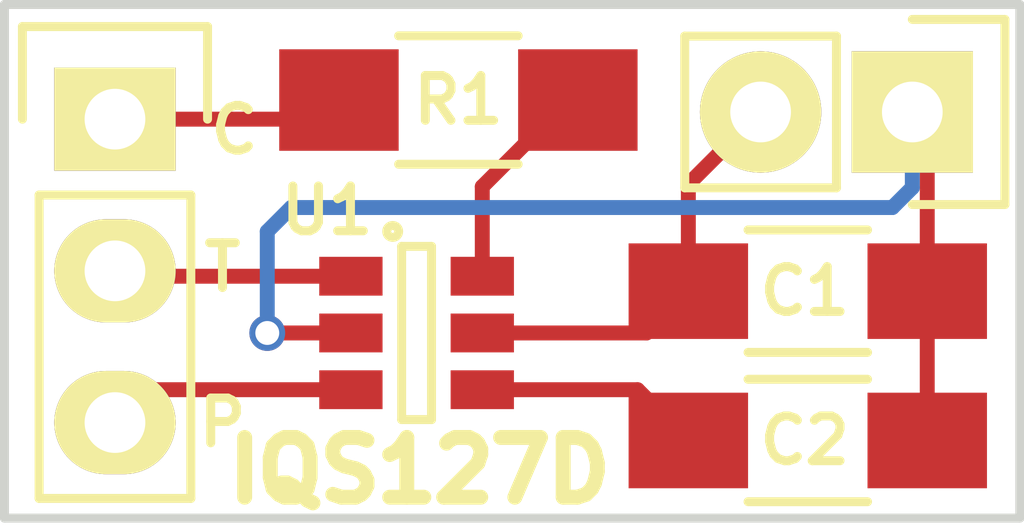
<source format=kicad_pcb>
(kicad_pcb (version 4) (host pcbnew 4.0.4+e1-6308~48~ubuntu16.04.1-stable)

  (general
    (links 10)
    (no_connects 0)
    (area 132.616667 96.245 157.175 111.075)
    (thickness 1.6)
    (drawings 8)
    (tracks 25)
    (zones 0)
    (modules 6)
    (nets 8)
  )

  (page A4)
  (layers
    (0 F.Cu signal)
    (31 B.Cu signal)
    (32 B.Adhes user)
    (33 F.Adhes user)
    (34 B.Paste user)
    (35 F.Paste user)
    (36 B.SilkS user)
    (37 F.SilkS user)
    (38 B.Mask user)
    (39 F.Mask user)
    (40 Dwgs.User user)
    (41 Cmts.User user)
    (42 Eco1.User user)
    (43 Eco2.User user)
    (44 Edge.Cuts user)
    (45 Margin user)
    (46 B.CrtYd user)
    (47 F.CrtYd user)
    (48 B.Fab user)
    (49 F.Fab user hide)
  )

  (setup
    (last_trace_width 0.25)
    (trace_clearance 0.2)
    (zone_clearance 0.508)
    (zone_45_only no)
    (trace_min 0.2)
    (segment_width 0.2)
    (edge_width 0.15)
    (via_size 0.6)
    (via_drill 0.4)
    (via_min_size 0.4)
    (via_min_drill 0.3)
    (uvia_size 0.3)
    (uvia_drill 0.1)
    (uvias_allowed no)
    (uvia_min_size 0.2)
    (uvia_min_drill 0.1)
    (pcb_text_width 0.3)
    (pcb_text_size 1.5 1.5)
    (mod_edge_width 0.15)
    (mod_text_size 1 1)
    (mod_text_width 0.15)
    (pad_size 1.524 1.524)
    (pad_drill 0.762)
    (pad_to_mask_clearance 0.2)
    (aux_axis_origin 0 0)
    (visible_elements FFFFFF7F)
    (pcbplotparams
      (layerselection 0x010fc_80000001)
      (usegerberextensions true)
      (usegerberattributes true)
      (excludeedgelayer true)
      (linewidth 0.100000)
      (plotframeref false)
      (viasonmask false)
      (mode 1)
      (useauxorigin false)
      (hpglpennumber 1)
      (hpglpenspeed 20)
      (hpglpendiameter 15)
      (hpglpenoverlay 2)
      (psnegative false)
      (psa4output false)
      (plotreference true)
      (plotvalue true)
      (plotinvisibletext false)
      (padsonsilk false)
      (subtractmaskfromsilk true)
      (outputformat 1)
      (mirror false)
      (drillshape 0)
      (scaleselection 1)
      (outputdirectory azo1_gerb/))
  )

  (net 0 "")
  (net 1 "Net-(C1-Pad1)")
  (net 2 GND)
  (net 3 "Net-(C2-Pad1)")
  (net 4 "Net-(P1-Pad1)")
  (net 5 "Net-(P1-Pad2)")
  (net 6 "Net-(P1-Pad3)")
  (net 7 "Net-(R1-Pad1)")

  (net_class Default "This is the default net class."
    (clearance 0.2)
    (trace_width 0.25)
    (via_dia 0.6)
    (via_drill 0.4)
    (uvia_dia 0.3)
    (uvia_drill 0.1)
    (add_net GND)
    (add_net "Net-(C1-Pad1)")
    (add_net "Net-(C2-Pad1)")
    (add_net "Net-(P1-Pad1)")
    (add_net "Net-(P1-Pad2)")
    (add_net "Net-(P1-Pad3)")
    (add_net "Net-(R1-Pad1)")
  )

  (module Capacitors_SMD:C_1206_HandSoldering placed (layer F.Cu) (tedit 5807990D) (tstamp 57FE833F)
    (at 149.25 105.2)
    (descr "Capacitor SMD 1206, hand soldering")
    (tags "capacitor 1206")
    (path /57FE8188)
    (attr smd)
    (fp_text reference C1 (at -0.05 0 180) (layer F.SilkS)
      (effects (font (size 0.75 0.75) (thickness 0.15)))
    )
    (fp_text value 1uF (at 0 2.3) (layer F.Fab)
      (effects (font (size 1 1) (thickness 0.15)))
    )
    (fp_line (start -1.6 0.8) (end -1.6 -0.8) (layer F.Fab) (width 0.15))
    (fp_line (start 1.6 0.8) (end -1.6 0.8) (layer F.Fab) (width 0.15))
    (fp_line (start 1.6 -0.8) (end 1.6 0.8) (layer F.Fab) (width 0.15))
    (fp_line (start -1.6 -0.8) (end 1.6 -0.8) (layer F.Fab) (width 0.15))
    (fp_line (start -3.3 -1.15) (end 3.3 -1.15) (layer F.CrtYd) (width 0.05))
    (fp_line (start -3.3 1.15) (end 3.3 1.15) (layer F.CrtYd) (width 0.05))
    (fp_line (start -3.3 -1.15) (end -3.3 1.15) (layer F.CrtYd) (width 0.05))
    (fp_line (start 3.3 -1.15) (end 3.3 1.15) (layer F.CrtYd) (width 0.05))
    (fp_line (start 1 -1.025) (end -1 -1.025) (layer F.SilkS) (width 0.15))
    (fp_line (start -1 1.025) (end 1 1.025) (layer F.SilkS) (width 0.15))
    (pad 1 smd rect (at -2 0) (size 2 1.6) (layers F.Cu F.Paste F.Mask)
      (net 1 "Net-(C1-Pad1)"))
    (pad 2 smd rect (at 2 0) (size 2 1.6) (layers F.Cu F.Paste F.Mask)
      (net 2 GND))
    (model Capacitors_SMD.3dshapes/C_1206_HandSoldering.wrl
      (at (xyz 0 0 0))
      (scale (xyz 1 1 1))
      (rotate (xyz 0 0 0))
    )
  )

  (module Capacitors_SMD:C_1206_HandSoldering placed (layer F.Cu) (tedit 58079915) (tstamp 57FE8345)
    (at 149.25 107.7)
    (descr "Capacitor SMD 1206, hand soldering")
    (tags "capacitor 1206")
    (path /57FE82D5)
    (attr smd)
    (fp_text reference C2 (at -0.05 0) (layer F.SilkS)
      (effects (font (size 0.75 0.75) (thickness 0.15)))
    )
    (fp_text value 1uF (at 0 2.3) (layer F.Fab)
      (effects (font (size 1 1) (thickness 0.15)))
    )
    (fp_line (start -1.6 0.8) (end -1.6 -0.8) (layer F.Fab) (width 0.15))
    (fp_line (start 1.6 0.8) (end -1.6 0.8) (layer F.Fab) (width 0.15))
    (fp_line (start 1.6 -0.8) (end 1.6 0.8) (layer F.Fab) (width 0.15))
    (fp_line (start -1.6 -0.8) (end 1.6 -0.8) (layer F.Fab) (width 0.15))
    (fp_line (start -3.3 -1.15) (end 3.3 -1.15) (layer F.CrtYd) (width 0.05))
    (fp_line (start -3.3 1.15) (end 3.3 1.15) (layer F.CrtYd) (width 0.05))
    (fp_line (start -3.3 -1.15) (end -3.3 1.15) (layer F.CrtYd) (width 0.05))
    (fp_line (start 3.3 -1.15) (end 3.3 1.15) (layer F.CrtYd) (width 0.05))
    (fp_line (start 1 -1.025) (end -1 -1.025) (layer F.SilkS) (width 0.15))
    (fp_line (start -1 1.025) (end 1 1.025) (layer F.SilkS) (width 0.15))
    (pad 1 smd rect (at -2 0) (size 2 1.6) (layers F.Cu F.Paste F.Mask)
      (net 3 "Net-(C2-Pad1)"))
    (pad 2 smd rect (at 2 0) (size 2 1.6) (layers F.Cu F.Paste F.Mask)
      (net 2 GND))
    (model Capacitors_SMD.3dshapes/C_1206_HandSoldering.wrl
      (at (xyz 0 0 0))
      (scale (xyz 1 1 1))
      (rotate (xyz 0 0 0))
    )
  )

  (module Pin_Headers:Pin_Header_Straight_1x03 placed (layer F.Cu) (tedit 58079811) (tstamp 57FE834C)
    (at 137.65 102.32)
    (descr "Through hole pin header")
    (tags "pin header")
    (path /57FE83FF)
    (fp_text reference P1 (at 0 -5.1) (layer F.SilkS) hide
      (effects (font (size 1 1) (thickness 0.15)))
    )
    (fp_text value CONN_01X03 (at 0 -3.1) (layer F.Fab)
      (effects (font (size 1 1) (thickness 0.15)))
    )
    (fp_line (start -1.75 -1.75) (end -1.75 6.85) (layer F.CrtYd) (width 0.05))
    (fp_line (start 1.75 -1.75) (end 1.75 6.85) (layer F.CrtYd) (width 0.05))
    (fp_line (start -1.75 -1.75) (end 1.75 -1.75) (layer F.CrtYd) (width 0.05))
    (fp_line (start -1.75 6.85) (end 1.75 6.85) (layer F.CrtYd) (width 0.05))
    (fp_line (start -1.27 1.27) (end -1.27 6.35) (layer F.SilkS) (width 0.15))
    (fp_line (start -1.27 6.35) (end 1.27 6.35) (layer F.SilkS) (width 0.15))
    (fp_line (start 1.27 6.35) (end 1.27 1.27) (layer F.SilkS) (width 0.15))
    (fp_line (start 1.55 -1.55) (end 1.55 0) (layer F.SilkS) (width 0.15))
    (fp_line (start 1.27 1.27) (end -1.27 1.27) (layer F.SilkS) (width 0.15))
    (fp_line (start -1.55 0) (end -1.55 -1.55) (layer F.SilkS) (width 0.15))
    (fp_line (start -1.55 -1.55) (end 1.55 -1.55) (layer F.SilkS) (width 0.15))
    (pad 1 thru_hole rect (at 0 0) (size 2.032 1.7272) (drill 1.016) (layers *.Cu *.Mask F.SilkS)
      (net 4 "Net-(P1-Pad1)"))
    (pad 2 thru_hole oval (at 0 2.54) (size 2.032 1.7272) (drill 1.016) (layers *.Cu *.Mask F.SilkS)
      (net 5 "Net-(P1-Pad2)"))
    (pad 3 thru_hole oval (at 0 5.08) (size 2.032 1.7272) (drill 1.016) (layers *.Cu *.Mask F.SilkS)
      (net 6 "Net-(P1-Pad3)"))
    (model Pin_Headers.3dshapes/Pin_Header_Straight_1x03.wrl
      (at (xyz 0 -0.1 0))
      (scale (xyz 1 1 1))
      (rotate (xyz 0 0 90))
    )
  )

  (module Pin_Headers:Pin_Header_Straight_1x02 placed (layer F.Cu) (tedit 5807980D) (tstamp 57FE8352)
    (at 151 102.2 270)
    (descr "Through hole pin header")
    (tags "pin header")
    (path /57FE875F)
    (fp_text reference P2 (at 0 -5.1 270) (layer F.SilkS) hide
      (effects (font (size 1 1) (thickness 0.15)))
    )
    (fp_text value CONN_01X02 (at 0 -3.1 270) (layer F.Fab)
      (effects (font (size 1 1) (thickness 0.15)))
    )
    (fp_line (start 1.27 1.27) (end 1.27 3.81) (layer F.SilkS) (width 0.15))
    (fp_line (start 1.55 -1.55) (end 1.55 0) (layer F.SilkS) (width 0.15))
    (fp_line (start -1.75 -1.75) (end -1.75 4.3) (layer F.CrtYd) (width 0.05))
    (fp_line (start 1.75 -1.75) (end 1.75 4.3) (layer F.CrtYd) (width 0.05))
    (fp_line (start -1.75 -1.75) (end 1.75 -1.75) (layer F.CrtYd) (width 0.05))
    (fp_line (start -1.75 4.3) (end 1.75 4.3) (layer F.CrtYd) (width 0.05))
    (fp_line (start 1.27 1.27) (end -1.27 1.27) (layer F.SilkS) (width 0.15))
    (fp_line (start -1.55 0) (end -1.55 -1.55) (layer F.SilkS) (width 0.15))
    (fp_line (start -1.55 -1.55) (end 1.55 -1.55) (layer F.SilkS) (width 0.15))
    (fp_line (start -1.27 1.27) (end -1.27 3.81) (layer F.SilkS) (width 0.15))
    (fp_line (start -1.27 3.81) (end 1.27 3.81) (layer F.SilkS) (width 0.15))
    (pad 1 thru_hole rect (at 0 0 270) (size 2.032 2.032) (drill 1.016) (layers *.Cu *.Mask F.SilkS)
      (net 2 GND))
    (pad 2 thru_hole oval (at 0 2.54 270) (size 2.032 2.032) (drill 1.016) (layers *.Cu *.Mask F.SilkS)
      (net 1 "Net-(C1-Pad1)"))
    (model Pin_Headers.3dshapes/Pin_Header_Straight_1x02.wrl
      (at (xyz 0 -0.05 0))
      (scale (xyz 1 1 1))
      (rotate (xyz 0 0 90))
    )
  )

  (module Resistors_SMD:R_1206_HandSoldering placed (layer F.Cu) (tedit 580798CA) (tstamp 57FE8358)
    (at 143.4 102 180)
    (descr "Resistor SMD 1206, hand soldering")
    (tags "resistor 1206")
    (path /57FE83BA)
    (attr smd)
    (fp_text reference R1 (at 0 0 180) (layer F.SilkS)
      (effects (font (size 0.75 0.75) (thickness 0.15)))
    )
    (fp_text value 470 (at 0 2.3 180) (layer F.Fab)
      (effects (font (size 1 1) (thickness 0.15)))
    )
    (fp_line (start -3.3 -1.2) (end 3.3 -1.2) (layer F.CrtYd) (width 0.05))
    (fp_line (start -3.3 1.2) (end 3.3 1.2) (layer F.CrtYd) (width 0.05))
    (fp_line (start -3.3 -1.2) (end -3.3 1.2) (layer F.CrtYd) (width 0.05))
    (fp_line (start 3.3 -1.2) (end 3.3 1.2) (layer F.CrtYd) (width 0.05))
    (fp_line (start 1 1.075) (end -1 1.075) (layer F.SilkS) (width 0.15))
    (fp_line (start -1 -1.075) (end 1 -1.075) (layer F.SilkS) (width 0.15))
    (pad 1 smd rect (at -2 0 180) (size 2 1.7) (layers F.Cu F.Paste F.Mask)
      (net 7 "Net-(R1-Pad1)"))
    (pad 2 smd rect (at 2 0 180) (size 2 1.7) (layers F.Cu F.Paste F.Mask)
      (net 4 "Net-(P1-Pad1)"))
    (model Resistors_SMD.3dshapes/R_1206_HandSoldering.wrl
      (at (xyz 0 0 0))
      (scale (xyz 1 1 1))
      (rotate (xyz 0 0 0))
    )
  )

  (module TO_SOT_Packages_SMD:SOT-23-6 placed (layer F.Cu) (tedit 58079919) (tstamp 57FE8362)
    (at 142.7 105.9)
    (descr "6-pin SOT-23 package")
    (tags SOT-23-6)
    (path /57FE8280)
    (attr smd)
    (fp_text reference U1 (at -1.5 -2.05) (layer F.SilkS)
      (effects (font (size 0.75 0.75) (thickness 0.15)))
    )
    (fp_text value IQS127D-00000TSR (at 0 2.9) (layer F.Fab)
      (effects (font (size 1 1) (thickness 0.15)))
    )
    (fp_circle (center -0.4 -1.7) (end -0.3 -1.7) (layer F.SilkS) (width 0.15))
    (fp_line (start 0.25 -1.45) (end -0.25 -1.45) (layer F.SilkS) (width 0.15))
    (fp_line (start 0.25 1.45) (end 0.25 -1.45) (layer F.SilkS) (width 0.15))
    (fp_line (start -0.25 1.45) (end 0.25 1.45) (layer F.SilkS) (width 0.15))
    (fp_line (start -0.25 -1.45) (end -0.25 1.45) (layer F.SilkS) (width 0.15))
    (pad 1 smd rect (at -1.1 -0.95) (size 1.06 0.65) (layers F.Cu F.Paste F.Mask)
      (net 5 "Net-(P1-Pad2)"))
    (pad 2 smd rect (at -1.1 0) (size 1.06 0.65) (layers F.Cu F.Paste F.Mask)
      (net 2 GND))
    (pad 3 smd rect (at -1.1 0.95) (size 1.06 0.65) (layers F.Cu F.Paste F.Mask)
      (net 6 "Net-(P1-Pad3)"))
    (pad 4 smd rect (at 1.1 0.95) (size 1.06 0.65) (layers F.Cu F.Paste F.Mask)
      (net 3 "Net-(C2-Pad1)"))
    (pad 6 smd rect (at 1.1 -0.95) (size 1.06 0.65) (layers F.Cu F.Paste F.Mask)
      (net 7 "Net-(R1-Pad1)"))
    (pad 5 smd rect (at 1.1 0) (size 1.06 0.65) (layers F.Cu F.Paste F.Mask)
      (net 1 "Net-(C1-Pad1)"))
    (model TO_SOT_Packages_SMD.3dshapes/SOT-23-6.wrl
      (at (xyz 0 0 0))
      (scale (xyz 1 1 1))
      (rotate (xyz 0 0 0))
    )
  )

  (gr_line (start 152.8 109) (end 152.8 100.4) (layer Edge.Cuts) (width 0.15))
  (gr_line (start 135.8 109) (end 152.8 109) (layer Edge.Cuts) (width 0.15))
  (gr_line (start 135.8 100.4) (end 135.8 109) (layer Edge.Cuts) (width 0.15))
  (gr_line (start 152.8 100.4) (end 135.8 100.4) (layer Edge.Cuts) (width 0.15))
  (gr_text IQS127D (at 142.75 108.2) (layer F.SilkS)
    (effects (font (size 1 1) (thickness 0.25)))
  )
  (gr_text C (at 139.65 102.5) (layer F.SilkS) (tstamp 58079A30)
    (effects (font (size 0.75 0.75) (thickness 0.15)))
  )
  (gr_text P (at 139.45 107.4) (layer F.SilkS) (tstamp 58079A26)
    (effects (font (size 0.75 0.75) (thickness 0.15)))
  )
  (gr_text T (at 139.45 104.8) (layer F.SilkS)
    (effects (font (size 0.75 0.75) (thickness 0.15)))
  )

  (segment (start 143.8 105.9) (end 146.55 105.9) (width 0.25) (layer F.Cu) (net 1))
  (segment (start 146.55 105.9) (end 147.25 105.2) (width 0.25) (layer F.Cu) (net 1))
  (segment (start 147.25 105.2) (end 147.25 103.41) (width 0.25) (layer F.Cu) (net 1))
  (segment (start 147.25 103.41) (end 148.46 102.2) (width 0.25) (layer F.Cu) (net 1))
  (segment (start 140.2 104.2) (end 140.2 105.9) (width 0.25) (layer B.Cu) (net 2))
  (segment (start 140.6 103.8) (end 140.2 104.2) (width 0.25) (layer B.Cu) (net 2))
  (segment (start 150.666 103.8) (end 140.6 103.8) (width 0.25) (layer B.Cu) (net 2))
  (segment (start 151 102.2) (end 151 103.466) (width 0.25) (layer B.Cu) (net 2))
  (segment (start 151 103.466) (end 150.666 103.8) (width 0.25) (layer B.Cu) (net 2))
  (segment (start 151.25 107.7) (end 151.25 105.2) (width 0.25) (layer F.Cu) (net 2))
  (segment (start 151.25 105.2) (end 151.25 102.45) (width 0.25) (layer F.Cu) (net 2))
  (segment (start 151.25 102.45) (end 151 102.2) (width 0.25) (layer F.Cu) (net 2))
  (segment (start 141.6 105.9) (end 140.2 105.9) (width 0.25) (layer F.Cu) (net 2))
  (via (at 140.2 105.9) (size 0.6) (drill 0.4) (layers F.Cu B.Cu) (net 2))
  (segment (start 143.8 106.85) (end 146.4 106.85) (width 0.25) (layer F.Cu) (net 3))
  (segment (start 146.4 106.85) (end 147.25 107.7) (width 0.25) (layer F.Cu) (net 3))
  (segment (start 137.65 102.32) (end 141.08 102.32) (width 0.25) (layer F.Cu) (net 4))
  (segment (start 141.08 102.32) (end 141.4 102) (width 0.25) (layer F.Cu) (net 4))
  (segment (start 141.6 104.95) (end 137.74 104.95) (width 0.25) (layer F.Cu) (net 5))
  (segment (start 137.74 104.95) (end 137.65 104.86) (width 0.25) (layer F.Cu) (net 5))
  (segment (start 141.6 106.85) (end 138.2 106.85) (width 0.25) (layer F.Cu) (net 6))
  (segment (start 138.2 106.85) (end 137.65 107.4) (width 0.25) (layer F.Cu) (net 6))
  (segment (start 143.8 104.95) (end 143.8 103.45) (width 0.25) (layer F.Cu) (net 7))
  (segment (start 143.8 103.45) (end 145.25 102) (width 0.25) (layer F.Cu) (net 7))
  (segment (start 145.25 102) (end 145.4 102) (width 0.25) (layer F.Cu) (net 7))

)

</source>
